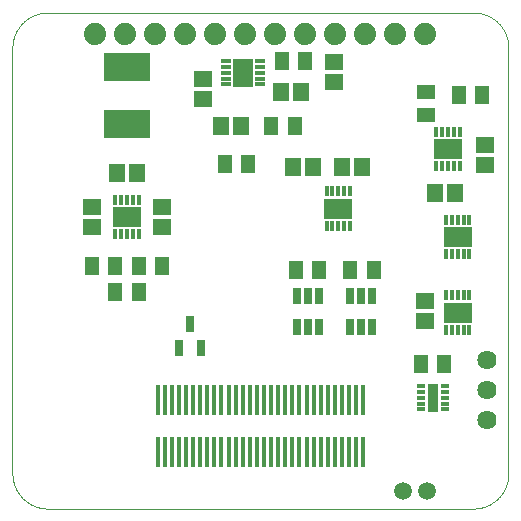
<source format=gts>
G75*
%MOIN*%
%OFA0B0*%
%FSLAX25Y25*%
%IPPOS*%
%LPD*%
%AMOC8*
5,1,8,0,0,1.08239X$1,22.5*
%
%ADD10C,0.00000*%
%ADD11C,0.06400*%
%ADD12R,0.05518X0.06306*%
%ADD13R,0.06306X0.05518*%
%ADD14R,0.15400X0.09700*%
%ADD15R,0.04731X0.05912*%
%ADD16R,0.05912X0.04731*%
%ADD17C,0.07400*%
%ADD18C,0.05943*%
%ADD19R,0.02600X0.05400*%
%ADD20R,0.01778X0.10046*%
%ADD21R,0.01600X0.03600*%
%ADD22R,0.09800X0.06900*%
%ADD23R,0.03600X0.01600*%
%ADD24R,0.06900X0.09800*%
%ADD25R,0.03000X0.01600*%
%ADD26R,0.03700X0.09800*%
D10*
X0001500Y0013311D02*
X0001500Y0155043D01*
X0001503Y0155328D01*
X0001514Y0155614D01*
X0001531Y0155899D01*
X0001555Y0156183D01*
X0001586Y0156467D01*
X0001624Y0156750D01*
X0001669Y0157031D01*
X0001720Y0157312D01*
X0001778Y0157592D01*
X0001843Y0157870D01*
X0001915Y0158146D01*
X0001993Y0158420D01*
X0002078Y0158693D01*
X0002170Y0158963D01*
X0002268Y0159231D01*
X0002372Y0159497D01*
X0002483Y0159760D01*
X0002600Y0160020D01*
X0002723Y0160278D01*
X0002853Y0160532D01*
X0002989Y0160783D01*
X0003130Y0161031D01*
X0003278Y0161275D01*
X0003431Y0161516D01*
X0003591Y0161752D01*
X0003756Y0161985D01*
X0003926Y0162214D01*
X0004102Y0162439D01*
X0004284Y0162659D01*
X0004470Y0162875D01*
X0004662Y0163086D01*
X0004859Y0163293D01*
X0005061Y0163495D01*
X0005268Y0163692D01*
X0005479Y0163884D01*
X0005695Y0164070D01*
X0005915Y0164252D01*
X0006140Y0164428D01*
X0006369Y0164598D01*
X0006602Y0164763D01*
X0006838Y0164923D01*
X0007079Y0165076D01*
X0007323Y0165224D01*
X0007571Y0165365D01*
X0007822Y0165501D01*
X0008076Y0165631D01*
X0008334Y0165754D01*
X0008594Y0165871D01*
X0008857Y0165982D01*
X0009123Y0166086D01*
X0009391Y0166184D01*
X0009661Y0166276D01*
X0009934Y0166361D01*
X0010208Y0166439D01*
X0010484Y0166511D01*
X0010762Y0166576D01*
X0011042Y0166634D01*
X0011323Y0166685D01*
X0011604Y0166730D01*
X0011887Y0166768D01*
X0012171Y0166799D01*
X0012455Y0166823D01*
X0012740Y0166840D01*
X0013026Y0166851D01*
X0013311Y0166854D01*
X0155043Y0166854D01*
X0155328Y0166851D01*
X0155614Y0166840D01*
X0155899Y0166823D01*
X0156183Y0166799D01*
X0156467Y0166768D01*
X0156750Y0166730D01*
X0157031Y0166685D01*
X0157312Y0166634D01*
X0157592Y0166576D01*
X0157870Y0166511D01*
X0158146Y0166439D01*
X0158420Y0166361D01*
X0158693Y0166276D01*
X0158963Y0166184D01*
X0159231Y0166086D01*
X0159497Y0165982D01*
X0159760Y0165871D01*
X0160020Y0165754D01*
X0160278Y0165631D01*
X0160532Y0165501D01*
X0160783Y0165365D01*
X0161031Y0165224D01*
X0161275Y0165076D01*
X0161516Y0164923D01*
X0161752Y0164763D01*
X0161985Y0164598D01*
X0162214Y0164428D01*
X0162439Y0164252D01*
X0162659Y0164070D01*
X0162875Y0163884D01*
X0163086Y0163692D01*
X0163293Y0163495D01*
X0163495Y0163293D01*
X0163692Y0163086D01*
X0163884Y0162875D01*
X0164070Y0162659D01*
X0164252Y0162439D01*
X0164428Y0162214D01*
X0164598Y0161985D01*
X0164763Y0161752D01*
X0164923Y0161516D01*
X0165076Y0161275D01*
X0165224Y0161031D01*
X0165365Y0160783D01*
X0165501Y0160532D01*
X0165631Y0160278D01*
X0165754Y0160020D01*
X0165871Y0159760D01*
X0165982Y0159497D01*
X0166086Y0159231D01*
X0166184Y0158963D01*
X0166276Y0158693D01*
X0166361Y0158420D01*
X0166439Y0158146D01*
X0166511Y0157870D01*
X0166576Y0157592D01*
X0166634Y0157312D01*
X0166685Y0157031D01*
X0166730Y0156750D01*
X0166768Y0156467D01*
X0166799Y0156183D01*
X0166823Y0155899D01*
X0166840Y0155614D01*
X0166851Y0155328D01*
X0166854Y0155043D01*
X0166854Y0013311D01*
X0166851Y0013026D01*
X0166840Y0012740D01*
X0166823Y0012455D01*
X0166799Y0012171D01*
X0166768Y0011887D01*
X0166730Y0011604D01*
X0166685Y0011323D01*
X0166634Y0011042D01*
X0166576Y0010762D01*
X0166511Y0010484D01*
X0166439Y0010208D01*
X0166361Y0009934D01*
X0166276Y0009661D01*
X0166184Y0009391D01*
X0166086Y0009123D01*
X0165982Y0008857D01*
X0165871Y0008594D01*
X0165754Y0008334D01*
X0165631Y0008076D01*
X0165501Y0007822D01*
X0165365Y0007571D01*
X0165224Y0007323D01*
X0165076Y0007079D01*
X0164923Y0006838D01*
X0164763Y0006602D01*
X0164598Y0006369D01*
X0164428Y0006140D01*
X0164252Y0005915D01*
X0164070Y0005695D01*
X0163884Y0005479D01*
X0163692Y0005268D01*
X0163495Y0005061D01*
X0163293Y0004859D01*
X0163086Y0004662D01*
X0162875Y0004470D01*
X0162659Y0004284D01*
X0162439Y0004102D01*
X0162214Y0003926D01*
X0161985Y0003756D01*
X0161752Y0003591D01*
X0161516Y0003431D01*
X0161275Y0003278D01*
X0161031Y0003130D01*
X0160783Y0002989D01*
X0160532Y0002853D01*
X0160278Y0002723D01*
X0160020Y0002600D01*
X0159760Y0002483D01*
X0159497Y0002372D01*
X0159231Y0002268D01*
X0158963Y0002170D01*
X0158693Y0002078D01*
X0158420Y0001993D01*
X0158146Y0001915D01*
X0157870Y0001843D01*
X0157592Y0001778D01*
X0157312Y0001720D01*
X0157031Y0001669D01*
X0156750Y0001624D01*
X0156467Y0001586D01*
X0156183Y0001555D01*
X0155899Y0001531D01*
X0155614Y0001514D01*
X0155328Y0001503D01*
X0155043Y0001500D01*
X0013311Y0001500D01*
X0013026Y0001503D01*
X0012740Y0001514D01*
X0012455Y0001531D01*
X0012171Y0001555D01*
X0011887Y0001586D01*
X0011604Y0001624D01*
X0011323Y0001669D01*
X0011042Y0001720D01*
X0010762Y0001778D01*
X0010484Y0001843D01*
X0010208Y0001915D01*
X0009934Y0001993D01*
X0009661Y0002078D01*
X0009391Y0002170D01*
X0009123Y0002268D01*
X0008857Y0002372D01*
X0008594Y0002483D01*
X0008334Y0002600D01*
X0008076Y0002723D01*
X0007822Y0002853D01*
X0007571Y0002989D01*
X0007323Y0003130D01*
X0007079Y0003278D01*
X0006838Y0003431D01*
X0006602Y0003591D01*
X0006369Y0003756D01*
X0006140Y0003926D01*
X0005915Y0004102D01*
X0005695Y0004284D01*
X0005479Y0004470D01*
X0005268Y0004662D01*
X0005061Y0004859D01*
X0004859Y0005061D01*
X0004662Y0005268D01*
X0004470Y0005479D01*
X0004284Y0005695D01*
X0004102Y0005915D01*
X0003926Y0006140D01*
X0003756Y0006369D01*
X0003591Y0006602D01*
X0003431Y0006838D01*
X0003278Y0007079D01*
X0003130Y0007323D01*
X0002989Y0007571D01*
X0002853Y0007822D01*
X0002723Y0008076D01*
X0002600Y0008334D01*
X0002483Y0008594D01*
X0002372Y0008857D01*
X0002268Y0009123D01*
X0002170Y0009391D01*
X0002078Y0009661D01*
X0001993Y0009934D01*
X0001915Y0010208D01*
X0001843Y0010484D01*
X0001778Y0010762D01*
X0001720Y0011042D01*
X0001669Y0011323D01*
X0001624Y0011604D01*
X0001586Y0011887D01*
X0001555Y0012171D01*
X0001531Y0012455D01*
X0001514Y0012740D01*
X0001503Y0013026D01*
X0001500Y0013311D01*
D11*
X0159768Y0030870D03*
X0159768Y0040870D03*
X0159768Y0050870D03*
D12*
X0148941Y0106618D03*
X0142248Y0106618D03*
X0118193Y0115280D03*
X0111500Y0115280D03*
X0101736Y0115319D03*
X0095043Y0115319D03*
X0077681Y0129059D03*
X0070988Y0129059D03*
X0091067Y0140476D03*
X0097760Y0140476D03*
X0043035Y0113311D03*
X0036343Y0113311D03*
D13*
X0027878Y0102091D03*
X0027878Y0095398D03*
X0051500Y0095398D03*
X0051500Y0102091D03*
X0064886Y0137917D03*
X0064886Y0144610D03*
X0108587Y0143823D03*
X0108587Y0150516D03*
X0159177Y0122563D03*
X0159177Y0115870D03*
X0138902Y0070594D03*
X0138902Y0063902D03*
D14*
X0039689Y0129795D03*
X0039689Y0148795D03*
D15*
X0072248Y0116500D03*
X0080122Y0116500D03*
X0087720Y0129059D03*
X0095594Y0129059D03*
X0099138Y0150713D03*
X0091264Y0150713D03*
X0150319Y0139295D03*
X0158193Y0139295D03*
X0121972Y0081028D03*
X0114098Y0081028D03*
X0103862Y0081028D03*
X0095988Y0081028D03*
X0137642Y0049571D03*
X0145516Y0049571D03*
X0051500Y0082209D03*
X0043626Y0082209D03*
X0035752Y0082209D03*
X0027878Y0082209D03*
X0035752Y0073547D03*
X0043626Y0073547D03*
D16*
X0139295Y0132602D03*
X0139295Y0140476D03*
D17*
X0139177Y0159768D03*
X0129177Y0159768D03*
X0119177Y0159768D03*
X0109177Y0159768D03*
X0099177Y0159768D03*
X0089177Y0159768D03*
X0079177Y0159768D03*
X0069177Y0159768D03*
X0059177Y0159768D03*
X0049177Y0159768D03*
X0039177Y0159768D03*
X0029177Y0159768D03*
D18*
X0131815Y0007406D03*
X0139689Y0007406D03*
D19*
X0121342Y0062148D03*
X0117642Y0062148D03*
X0113942Y0062148D03*
X0113942Y0072348D03*
X0117642Y0072348D03*
X0121342Y0072348D03*
X0103625Y0072348D03*
X0099925Y0072348D03*
X0096225Y0072348D03*
X0096225Y0062148D03*
X0099925Y0062148D03*
X0103625Y0062148D03*
X0064491Y0054880D03*
X0057091Y0054880D03*
X0060791Y0063080D03*
D20*
X0061736Y0037819D03*
X0059374Y0037819D03*
X0057012Y0037819D03*
X0054650Y0037819D03*
X0052287Y0037819D03*
X0049925Y0037819D03*
X0064098Y0037819D03*
X0066461Y0037819D03*
X0068823Y0037819D03*
X0071185Y0037819D03*
X0073547Y0037819D03*
X0075909Y0037819D03*
X0078272Y0037819D03*
X0080634Y0037819D03*
X0082996Y0037819D03*
X0085358Y0037819D03*
X0087720Y0037819D03*
X0090083Y0037819D03*
X0092445Y0037819D03*
X0094807Y0037819D03*
X0097169Y0037819D03*
X0099531Y0037819D03*
X0101894Y0037819D03*
X0104256Y0037819D03*
X0106618Y0037819D03*
X0108980Y0037819D03*
X0111343Y0037819D03*
X0113705Y0037819D03*
X0116067Y0037819D03*
X0118429Y0037819D03*
X0118429Y0020299D03*
X0116067Y0020299D03*
X0113705Y0020299D03*
X0111343Y0020299D03*
X0108980Y0020299D03*
X0106618Y0020299D03*
X0104256Y0020299D03*
X0101894Y0020299D03*
X0099531Y0020299D03*
X0097169Y0020299D03*
X0094807Y0020299D03*
X0092445Y0020299D03*
X0090083Y0020299D03*
X0087720Y0020299D03*
X0085358Y0020299D03*
X0082996Y0020299D03*
X0080634Y0020299D03*
X0078272Y0020299D03*
X0075909Y0020299D03*
X0073547Y0020299D03*
X0071185Y0020299D03*
X0068823Y0020299D03*
X0066461Y0020299D03*
X0064098Y0020299D03*
X0061736Y0020299D03*
X0059374Y0020299D03*
X0057012Y0020299D03*
X0054650Y0020299D03*
X0052287Y0020299D03*
X0049925Y0020299D03*
D21*
X0043589Y0093044D03*
X0041689Y0093044D03*
X0039689Y0093044D03*
X0037689Y0093044D03*
X0035789Y0093044D03*
X0035789Y0104444D03*
X0037689Y0104444D03*
X0039689Y0104444D03*
X0041689Y0104444D03*
X0043589Y0104444D03*
X0106261Y0107300D03*
X0108161Y0107300D03*
X0110161Y0107300D03*
X0112161Y0107300D03*
X0114061Y0107300D03*
X0114061Y0095700D03*
X0112161Y0095700D03*
X0110161Y0095700D03*
X0108161Y0095700D03*
X0106261Y0095700D03*
X0142836Y0115564D03*
X0144736Y0115564D03*
X0146736Y0115564D03*
X0148736Y0115564D03*
X0150636Y0115564D03*
X0150636Y0126964D03*
X0148736Y0126964D03*
X0146736Y0126964D03*
X0144736Y0126964D03*
X0142836Y0126964D03*
X0146025Y0097751D03*
X0147925Y0097751D03*
X0149925Y0097751D03*
X0151925Y0097751D03*
X0153825Y0097751D03*
X0153825Y0086351D03*
X0151925Y0086351D03*
X0149925Y0086351D03*
X0147925Y0086351D03*
X0146025Y0086351D03*
X0146025Y0072554D03*
X0147925Y0072554D03*
X0149925Y0072554D03*
X0151925Y0072554D03*
X0153825Y0072554D03*
X0153825Y0061154D03*
X0151925Y0061154D03*
X0149925Y0061154D03*
X0147925Y0061154D03*
X0146025Y0061154D03*
D22*
X0149925Y0066854D03*
X0149925Y0092051D03*
X0146736Y0121264D03*
X0110161Y0101500D03*
X0039689Y0098744D03*
D23*
X0072572Y0142876D03*
X0072572Y0144776D03*
X0072572Y0146776D03*
X0072572Y0148776D03*
X0072572Y0150676D03*
X0083972Y0150676D03*
X0083972Y0148776D03*
X0083972Y0146776D03*
X0083972Y0144776D03*
X0083972Y0142876D03*
D24*
X0078272Y0146776D03*
D25*
X0137657Y0042408D03*
X0137657Y0040508D03*
X0137657Y0038508D03*
X0137657Y0036508D03*
X0137657Y0034608D03*
X0145657Y0034608D03*
X0145657Y0036508D03*
X0145657Y0038508D03*
X0145657Y0040508D03*
X0145657Y0042408D03*
D26*
X0141657Y0038508D03*
M02*

</source>
